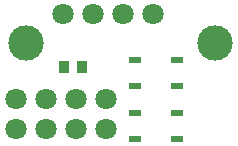
<source format=gbr>
G04 #@! TF.FileFunction,Soldermask,Top*
%FSLAX46Y46*%
G04 Gerber Fmt 4.6, Leading zero omitted, Abs format (unit mm)*
G04 Created by KiCad (PCBNEW 4.0.7) date 03/28/19 15:30:28*
%MOMM*%
%LPD*%
G01*
G04 APERTURE LIST*
%ADD10C,0.050000*%
%ADD11C,3.000000*%
%ADD12R,0.899160X1.000760*%
%ADD13R,0.900000X1.000000*%
%ADD14C,1.800000*%
%ADD15R,1.000000X0.600000*%
G04 APERTURE END LIST*
D10*
D11*
X90000000Y-58000000D03*
X106000000Y-58000000D03*
D12*
X94751840Y-60000000D03*
D13*
X93248160Y-60000000D03*
D14*
X93150000Y-55500000D03*
X95690000Y-55500000D03*
X100759840Y-55500000D03*
X98219840Y-55500000D03*
X94270000Y-65270000D03*
X96810000Y-65270000D03*
X91730000Y-65270000D03*
X89190000Y-65270000D03*
X89190000Y-62730000D03*
X91730000Y-62730000D03*
X96810000Y-62730000D03*
X94270000Y-62730000D03*
D15*
X102800000Y-61600000D03*
X102800000Y-59400000D03*
X99200000Y-61600000D03*
X99200000Y-59400000D03*
X99200000Y-63900000D03*
X99200000Y-66100000D03*
X102800000Y-63900000D03*
X102800000Y-66100000D03*
M02*

</source>
